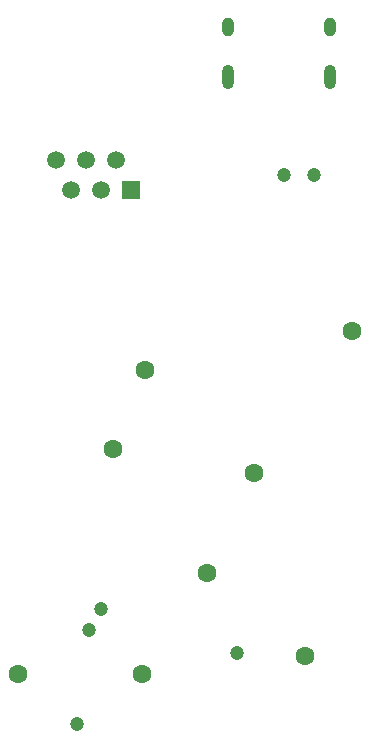
<source format=gbr>
%TF.GenerationSoftware,KiCad,Pcbnew,(6.0.11-0)*%
%TF.CreationDate,2023-11-26T18:13:28+01:00*%
%TF.ProjectId,Layblar_PCB,4c617962-6c61-4725-9f50-43422e6b6963,rev?*%
%TF.SameCoordinates,Original*%
%TF.FileFunction,Copper,L2,Inr*%
%TF.FilePolarity,Positive*%
%FSLAX46Y46*%
G04 Gerber Fmt 4.6, Leading zero omitted, Abs format (unit mm)*
G04 Created by KiCad (PCBNEW (6.0.11-0)) date 2023-11-26 18:13:28*
%MOMM*%
%LPD*%
G01*
G04 APERTURE LIST*
%TA.AperFunction,ComponentPad*%
%ADD10R,1.520000X1.520000*%
%TD*%
%TA.AperFunction,ComponentPad*%
%ADD11C,1.520000*%
%TD*%
%TA.AperFunction,ComponentPad*%
%ADD12O,1.000000X1.600000*%
%TD*%
%TA.AperFunction,ComponentPad*%
%ADD13O,1.000000X2.100000*%
%TD*%
%TA.AperFunction,ViaPad*%
%ADD14C,1.600000*%
%TD*%
%TA.AperFunction,ViaPad*%
%ADD15C,1.200000*%
%TD*%
G04 APERTURE END LIST*
D10*
%TO.N,unconnected-(J1-Pad1)*%
%TO.C,J1*%
X42057500Y-27240000D03*
D11*
%TO.N,unconnected-(J1-Pad2)*%
X40787500Y-24700000D03*
%TO.N,Net-(J1-Pad3)*%
X39517500Y-27240000D03*
%TO.N,Net-(J1-Pad4)*%
X38247500Y-24700000D03*
%TO.N,unconnected-(J1-Pad5)*%
X36977500Y-27240000D03*
%TO.N,unconnected-(J1-Pad6)*%
X35707500Y-24700000D03*
%TD*%
D12*
%TO.N,GND*%
%TO.C,J2*%
X58857500Y-13500000D03*
X50217500Y-13500000D03*
D13*
X58857500Y-17680000D03*
X50217500Y-17680000D03*
%TD*%
D14*
%TO.N,GND*%
X43000000Y-68250000D03*
X32500000Y-68250000D03*
D15*
%TO.N,D-*%
X57500000Y-26000000D03*
X39500000Y-62750000D03*
%TO.N,D+*%
X55000000Y-26000000D03*
X38500000Y-64500000D03*
D14*
%TO.N,+3.3V*%
X43250000Y-42500000D03*
X56750000Y-66750000D03*
X52500000Y-51250000D03*
X60750000Y-39250000D03*
X48500000Y-59750000D03*
X40500000Y-49250000D03*
D15*
%TO.N,EN*%
X37500000Y-72500000D03*
X51000000Y-66500000D03*
%TD*%
M02*

</source>
